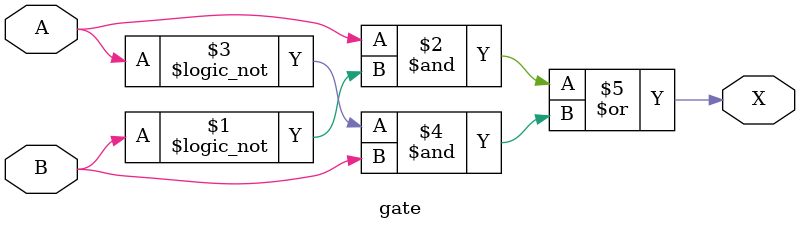
<source format=v>

module gate(A,B,X);
input A,B;
output X;

assign X= (A & (! B)) | ((! A) & B);

endmodule

</source>
